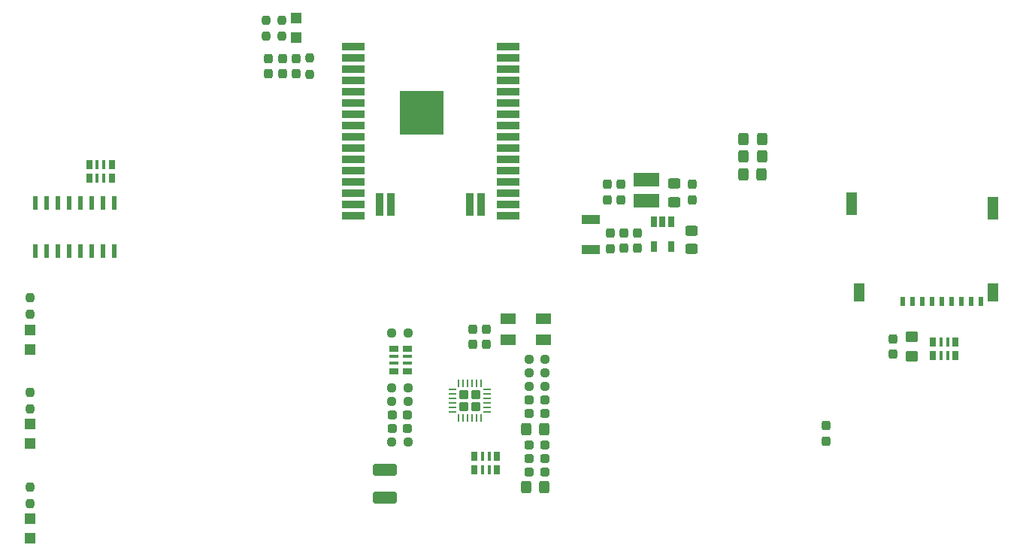
<source format=gbr>
%TF.GenerationSoftware,KiCad,Pcbnew,(6.0.4)*%
%TF.CreationDate,2022-05-20T10:39:20+03:00*%
%TF.ProjectId,KartliGecis_v1,4b617274-6c69-4476-9563-69735f76312e,v1.0*%
%TF.SameCoordinates,Original*%
%TF.FileFunction,Paste,Top*%
%TF.FilePolarity,Positive*%
%FSLAX46Y46*%
G04 Gerber Fmt 4.6, Leading zero omitted, Abs format (unit mm)*
G04 Created by KiCad (PCBNEW (6.0.4)) date 2022-05-20 10:39:20*
%MOMM*%
%LPD*%
G01*
G04 APERTURE LIST*
G04 Aperture macros list*
%AMRoundRect*
0 Rectangle with rounded corners*
0 $1 Rounding radius*
0 $2 $3 $4 $5 $6 $7 $8 $9 X,Y pos of 4 corners*
0 Add a 4 corners polygon primitive as box body*
4,1,4,$2,$3,$4,$5,$6,$7,$8,$9,$2,$3,0*
0 Add four circle primitives for the rounded corners*
1,1,$1+$1,$2,$3*
1,1,$1+$1,$4,$5*
1,1,$1+$1,$6,$7*
1,1,$1+$1,$8,$9*
0 Add four rect primitives between the rounded corners*
20,1,$1+$1,$2,$3,$4,$5,0*
20,1,$1+$1,$4,$5,$6,$7,0*
20,1,$1+$1,$6,$7,$8,$9,0*
20,1,$1+$1,$8,$9,$2,$3,0*%
G04 Aperture macros list end*
%ADD10RoundRect,0.237500X-0.287500X-0.237500X0.287500X-0.237500X0.287500X0.237500X-0.287500X0.237500X0*%
%ADD11RoundRect,0.250000X1.100000X-0.412500X1.100000X0.412500X-1.100000X0.412500X-1.100000X-0.412500X0*%
%ADD12RoundRect,0.237500X-0.237500X0.287500X-0.237500X-0.287500X0.237500X-0.287500X0.237500X0.287500X0*%
%ADD13RoundRect,0.237500X0.237500X-0.287500X0.237500X0.287500X-0.237500X0.287500X-0.237500X-0.287500X0*%
%ADD14R,0.500000X1.000000*%
%ADD15R,1.200000X2.000000*%
%ADD16R,1.300000X2.500000*%
%ADD17RoundRect,0.237500X0.250000X0.237500X-0.250000X0.237500X-0.250000X-0.237500X0.250000X-0.237500X0*%
%ADD18RoundRect,0.237500X-0.250000X-0.237500X0.250000X-0.237500X0.250000X0.237500X-0.250000X0.237500X0*%
%ADD19R,0.635000X1.016000*%
%ADD20R,0.381000X1.016000*%
%ADD21RoundRect,0.250000X0.275000X0.275000X-0.275000X0.275000X-0.275000X-0.275000X0.275000X-0.275000X0*%
%ADD22RoundRect,0.062500X0.350000X0.062500X-0.350000X0.062500X-0.350000X-0.062500X0.350000X-0.062500X0*%
%ADD23RoundRect,0.062500X0.062500X0.350000X-0.062500X0.350000X-0.062500X-0.350000X0.062500X-0.350000X0*%
%ADD24R,1.800000X1.200000*%
%ADD25R,0.650000X1.200000*%
%ADD26RoundRect,0.250000X0.450000X-0.325000X0.450000X0.325000X-0.450000X0.325000X-0.450000X-0.325000X0*%
%ADD27R,3.000000X1.600000*%
%ADD28RoundRect,0.250000X-0.450000X0.325000X-0.450000X-0.325000X0.450000X-0.325000X0.450000X0.325000X0*%
%ADD29R,1.998980X1.100760*%
%ADD30RoundRect,0.237500X0.237500X-0.250000X0.237500X0.250000X-0.237500X0.250000X-0.237500X-0.250000X0*%
%ADD31RoundRect,0.237500X0.287500X0.237500X-0.287500X0.237500X-0.287500X-0.237500X0.287500X-0.237500X0*%
%ADD32R,2.500000X0.900000*%
%ADD33R,0.900000X2.500000*%
%ADD34R,5.000000X5.000000*%
%ADD35RoundRect,0.266608X0.433392X-0.346592X0.433392X0.346592X-0.433392X0.346592X-0.433392X-0.346592X0*%
%ADD36RoundRect,0.250000X0.325000X0.450000X-0.325000X0.450000X-0.325000X-0.450000X0.325000X-0.450000X0*%
%ADD37R,0.600000X1.500000*%
%ADD38R,1.200000X1.200000*%
%ADD39RoundRect,0.237500X-0.237500X0.250000X-0.237500X-0.250000X0.237500X-0.250000X0.237500X0.250000X0*%
%ADD40RoundRect,0.250000X-0.325000X-0.450000X0.325000X-0.450000X0.325000X0.450000X-0.325000X0.450000X0*%
%ADD41R,1.016000X0.635000*%
%ADD42R,1.016000X0.381000*%
G04 APERTURE END LIST*
D10*
%TO.C,C1*%
X95594200Y-93421200D03*
X97344200Y-93421200D03*
%TD*%
%TO.C,C7*%
X111037400Y-95275400D03*
X112787400Y-95275400D03*
%TD*%
%TO.C,C8*%
X111037400Y-96799400D03*
X112787400Y-96799400D03*
%TD*%
%TO.C,C9*%
X111036400Y-98323400D03*
X112786400Y-98323400D03*
%TD*%
D11*
%TO.C,C12*%
X94792800Y-101232100D03*
X94792800Y-98107100D03*
%TD*%
D10*
%TO.C,C13*%
X95594200Y-91897200D03*
X97344200Y-91897200D03*
%TD*%
D12*
%TO.C,C14*%
X129390756Y-65952400D03*
X129390756Y-67702400D03*
%TD*%
D13*
%TO.C,C20*%
X151993600Y-85099100D03*
X151993600Y-83349100D03*
%TD*%
%TO.C,C22*%
X144449800Y-94855000D03*
X144449800Y-93105000D03*
%TD*%
D14*
%TO.C,J4*%
X153071000Y-79105000D03*
X154171000Y-79155000D03*
X155271000Y-79155000D03*
X156371000Y-79155000D03*
X157471000Y-79155000D03*
X158571000Y-79155000D03*
D15*
X148221000Y-78155000D03*
D16*
X163271000Y-68655000D03*
D15*
X163271000Y-78155000D03*
D16*
X147371000Y-68155000D03*
D14*
X159671000Y-79155000D03*
X160771000Y-79155000D03*
X161871000Y-79155000D03*
%TD*%
D17*
%TO.C,R1*%
X97381700Y-82702400D03*
X95556700Y-82702400D03*
%TD*%
D18*
%TO.C,R2*%
X95556700Y-88849200D03*
X97381700Y-88849200D03*
%TD*%
D17*
%TO.C,R3*%
X97381700Y-94945200D03*
X95556700Y-94945200D03*
%TD*%
D18*
%TO.C,R8*%
X110999900Y-87198200D03*
X112824900Y-87198200D03*
%TD*%
%TO.C,R11*%
X110999900Y-88722200D03*
X112824900Y-88722200D03*
%TD*%
D17*
%TO.C,R15*%
X97381700Y-90373200D03*
X95556700Y-90373200D03*
%TD*%
D19*
%TO.C,RM2*%
X107416600Y-96545400D03*
X107416600Y-98069400D03*
D20*
X106527600Y-96545400D03*
X106527600Y-98069400D03*
X105765600Y-96545400D03*
X105765600Y-98069400D03*
D19*
X104876600Y-96545400D03*
X104876600Y-98069400D03*
%TD*%
D21*
%TO.C,U3*%
X103693200Y-90972400D03*
X103693200Y-89672400D03*
X104993200Y-89672400D03*
X104993200Y-90972400D03*
D22*
X106280700Y-91572400D03*
X106280700Y-91072400D03*
X106280700Y-90572400D03*
X106280700Y-90072400D03*
X106280700Y-89572400D03*
X106280700Y-89072400D03*
D23*
X105593200Y-88384900D03*
X105093200Y-88384900D03*
X104593200Y-88384900D03*
X104093200Y-88384900D03*
X103593200Y-88384900D03*
X103093200Y-88384900D03*
D22*
X102405700Y-89072400D03*
X102405700Y-89572400D03*
X102405700Y-90072400D03*
X102405700Y-90572400D03*
X102405700Y-91072400D03*
X102405700Y-91572400D03*
D23*
X103093200Y-92259900D03*
X103593200Y-92259900D03*
X104093200Y-92259900D03*
X104593200Y-92259900D03*
X105093200Y-92259900D03*
X105593200Y-92259900D03*
%TD*%
D24*
%TO.C,Y1*%
X112649000Y-81089800D03*
X108649000Y-81089800D03*
X108649000Y-83489800D03*
X112649000Y-83489800D03*
%TD*%
D25*
%TO.C,U4*%
X127001256Y-70143900D03*
X126051256Y-70143900D03*
X125101256Y-70143900D03*
X125101256Y-72943900D03*
X127001256Y-72943900D03*
%TD*%
D26*
%TO.C,R16*%
X127358756Y-67927400D03*
X127358756Y-65877400D03*
%TD*%
D27*
%TO.C,L1*%
X124256800Y-67830400D03*
X124256800Y-65430400D03*
%TD*%
D28*
%TO.C,R17*%
X129314556Y-71144900D03*
X129314556Y-73194900D03*
%TD*%
D12*
%TO.C,C19*%
X121384200Y-65952400D03*
X121384200Y-67702400D03*
%TD*%
D29*
%TO.C,D2*%
X117977898Y-73271372D03*
X117977898Y-69912700D03*
%TD*%
D12*
%TO.C,C18*%
X119837200Y-65927000D03*
X119837200Y-67677000D03*
%TD*%
D13*
%TO.C,C17*%
X120192800Y-73188800D03*
X120192800Y-71438800D03*
%TD*%
%TO.C,C16*%
X121716800Y-73163400D03*
X121716800Y-71413400D03*
%TD*%
%TO.C,C15*%
X123240800Y-73163400D03*
X123240800Y-71413400D03*
%TD*%
D30*
%TO.C,R5*%
X86309200Y-53541300D03*
X86309200Y-51716300D03*
%TD*%
D13*
%TO.C,C4*%
X84785200Y-53503800D03*
X84785200Y-51753800D03*
%TD*%
D12*
%TO.C,C3*%
X81635600Y-51753800D03*
X81635600Y-53503800D03*
%TD*%
%TO.C,C2*%
X83210400Y-51753800D03*
X83210400Y-53503800D03*
%TD*%
D31*
%TO.C,C6*%
X112787400Y-90220800D03*
X111037400Y-90220800D03*
%TD*%
%TO.C,C5*%
X112787400Y-91770200D03*
X111037400Y-91770200D03*
%TD*%
D32*
%TO.C,U1*%
X91173600Y-50419000D03*
X91173600Y-51689000D03*
X91173600Y-52959000D03*
X91173600Y-54229000D03*
X91173600Y-55499000D03*
X91173600Y-56769000D03*
X91173600Y-58039000D03*
X91173600Y-59309000D03*
X91173600Y-60579000D03*
X91173600Y-61849000D03*
X91173600Y-63119000D03*
X91173600Y-64389000D03*
X91173600Y-65659000D03*
X91173600Y-66929000D03*
D33*
X94208600Y-68179000D03*
D32*
X91173600Y-68199000D03*
D33*
X95478600Y-68179000D03*
D32*
X91173600Y-69469000D03*
D33*
X104368600Y-68179000D03*
D32*
X108673600Y-69469000D03*
X108673600Y-68199000D03*
D33*
X105638600Y-68179000D03*
D32*
X108673600Y-66929000D03*
X108673600Y-65659000D03*
X108673600Y-64389000D03*
X108673600Y-63119000D03*
X108673600Y-61849000D03*
X108673600Y-60579000D03*
X108673600Y-59309000D03*
X108673600Y-58039000D03*
X108673600Y-56769000D03*
X108673600Y-55499000D03*
X108673600Y-54229000D03*
X108673600Y-52959000D03*
X108673600Y-51689000D03*
X108673600Y-50419000D03*
D34*
X98923600Y-57919000D03*
%TD*%
D35*
%TO.C,C21*%
X154076400Y-85287300D03*
X154076400Y-83160900D03*
%TD*%
D36*
%TO.C,R13*%
X112734200Y-100076000D03*
X110684200Y-100076000D03*
%TD*%
D17*
%TO.C,R7*%
X112824900Y-85674200D03*
X110999900Y-85674200D03*
%TD*%
D19*
%TO.C,RM4*%
X159054800Y-83718400D03*
X159054800Y-85242400D03*
D20*
X158165800Y-83718400D03*
X158165800Y-85242400D03*
X157403800Y-83718400D03*
X157403800Y-85242400D03*
D19*
X156514800Y-83718400D03*
X156514800Y-85242400D03*
%TD*%
D37*
%TO.C,U9*%
X64312800Y-68064400D03*
X63042800Y-68064400D03*
X61772800Y-68064400D03*
X60502800Y-68064400D03*
X59232800Y-68064400D03*
X57962800Y-68064400D03*
X56692800Y-68064400D03*
X55422800Y-68064400D03*
X55422800Y-73464400D03*
X56692800Y-73464400D03*
X57962800Y-73464400D03*
X59232800Y-73464400D03*
X60502800Y-73464400D03*
X61772800Y-73464400D03*
X63042800Y-73464400D03*
X64312800Y-73464400D03*
%TD*%
D38*
%TO.C,D1*%
X84785200Y-49457700D03*
X84785200Y-47257700D03*
%TD*%
%TO.C,D4*%
X54787800Y-95173800D03*
X54787800Y-92973800D03*
%TD*%
D39*
%TO.C,R22*%
X54787800Y-100054400D03*
X54787800Y-101879400D03*
%TD*%
D13*
%TO.C,C10*%
X104648000Y-83983800D03*
X104648000Y-82233800D03*
%TD*%
D40*
%TO.C,R12*%
X135169800Y-64820800D03*
X137219800Y-64820800D03*
%TD*%
D39*
%TO.C,R4*%
X83149400Y-47445200D03*
X83149400Y-49270200D03*
%TD*%
D36*
%TO.C,FB1*%
X112734200Y-93497400D03*
X110684200Y-93497400D03*
%TD*%
D39*
%TO.C,R23*%
X81407000Y-47445200D03*
X81407000Y-49270200D03*
%TD*%
D38*
%TO.C,D5*%
X54787800Y-105833900D03*
X54787800Y-103633900D03*
%TD*%
D13*
%TO.C,C11*%
X106172000Y-83983800D03*
X106172000Y-82233800D03*
%TD*%
D41*
%TO.C,RM1*%
X95808800Y-84455000D03*
X97332800Y-84455000D03*
D42*
X95808800Y-85344000D03*
X97332800Y-85344000D03*
X95808800Y-86106000D03*
X97332800Y-86106000D03*
D41*
X95808800Y-86995000D03*
X97332800Y-86995000D03*
%TD*%
D38*
%TO.C,D3*%
X54762400Y-84572200D03*
X54762400Y-82372200D03*
%TD*%
D39*
%TO.C,R20*%
X54762400Y-78716500D03*
X54762400Y-80541500D03*
%TD*%
D40*
%TO.C,R9*%
X135195200Y-62839600D03*
X137245200Y-62839600D03*
%TD*%
D19*
%TO.C,RM3*%
X61468000Y-65278000D03*
X61468000Y-63754000D03*
D20*
X62357000Y-65278000D03*
X62357000Y-63754000D03*
X63119000Y-65278000D03*
X63119000Y-63754000D03*
D19*
X64008000Y-65278000D03*
X64008000Y-63754000D03*
%TD*%
D39*
%TO.C,R21*%
X54762400Y-89417700D03*
X54762400Y-91242700D03*
%TD*%
D40*
%TO.C,R10*%
X135195200Y-60883800D03*
X137245200Y-60883800D03*
%TD*%
M02*

</source>
